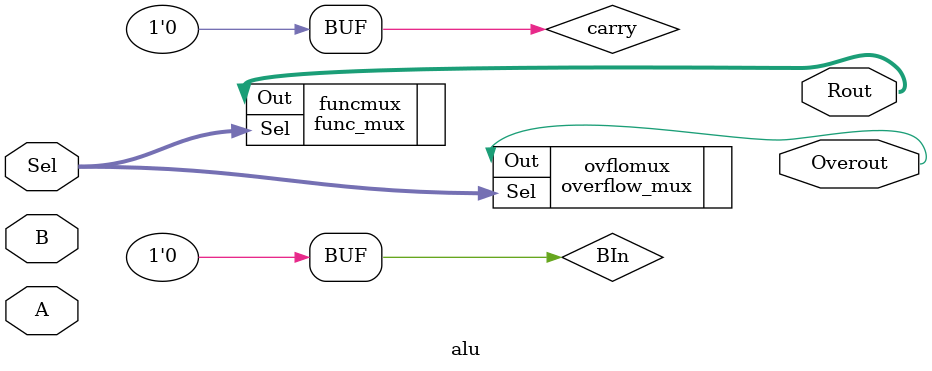
<source format=v>
`timescale 1ns / 1ps

module alu #(parameter WIDTH=4) (A, B, Sel, Overout, Rout);
	input [WIDTH-1:0] A, B;
	input [2:0] Sel;
	output Overout;
	output [WIDTH-1:0] Rout;
	
	reg carry = 1'b0;
	reg BIn = 1'b0;

	nbit_adder #(WIDTH) add (.A(A), .B(B), .Cin(carry), .Sum(funcmux.AddIn), .Cout(ovflomux.AddIn));
	nbit_sub #(WIDTH) sub (.A(A), .B(B), .Bin(BIn), .D(funcmux.SubIn), .Ovflow(ovflomux.SubIn));
	nbit_twos_com #(WIDTH) twos (.A(A), .Com(funcmux.TwoscomIn));
	nbit_and #(WIDTH) ands (.A(A), .B(B), .And(funcmux.AndIn));
    nbit_or #(WIDTH) ors(.A(A), .B(B), .Or(funcmux.OrIn));
    nbit_xor #(WIDTH) xors (.A(A), .B(B), .Xor(funcmux.XorIn));
    nbit_rot_left  #(WIDTH) left (.A(A), .Aout(funcmux.RlIn));
    nbit_rot_right #(WIDTH) right (.A(A), .Aout(funcmux.RrIn));

	func_mux #(WIDTH) funcmux (.Sel(Sel), .Out(Rout));
	overflow_mux ovflomux (.Out(Overout), .Sel(Sel)); 
	
endmodule
</source>
